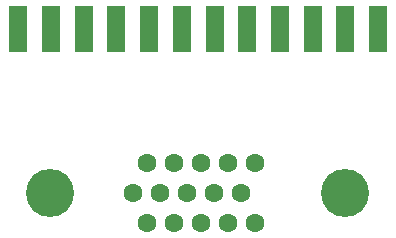
<source format=gts>
G04 #@! TF.FileFunction,Soldermask,Top*
%FSLAX46Y46*%
G04 Gerber Fmt 4.6, Leading zero omitted, Abs format (unit mm)*
G04 Created by KiCad (PCBNEW 4.0.7) date 01/07/18 23:21:39*
%MOMM*%
%LPD*%
G01*
G04 APERTURE LIST*
%ADD10C,0.100000*%
%ADD11R,1.500000X4.000000*%
%ADD12C,4.064000*%
%ADD13C,1.600200*%
G04 APERTURE END LIST*
D10*
D11*
X133735000Y-85310000D03*
X136505000Y-85310000D03*
X139275000Y-85310000D03*
X142045000Y-85310000D03*
X144815000Y-85310000D03*
X147585000Y-85310000D03*
X150355000Y-85310000D03*
X153125000Y-85310000D03*
X155895000Y-85310000D03*
X158665000Y-85310000D03*
X161435000Y-85310000D03*
X164205000Y-85310000D03*
D12*
X136430660Y-99170000D03*
X161429340Y-99170000D03*
D13*
X153760000Y-101710000D03*
X152615000Y-99170000D03*
X151470000Y-101710000D03*
X149180000Y-101710000D03*
X146890000Y-101710000D03*
X144600000Y-101710000D03*
X150325000Y-99170000D03*
X148035000Y-99170000D03*
X145745000Y-99170000D03*
X143455000Y-99170000D03*
X153760000Y-96630000D03*
X151470000Y-96630000D03*
X149180000Y-96630000D03*
X146890000Y-96630000D03*
X144600000Y-96630000D03*
M02*

</source>
